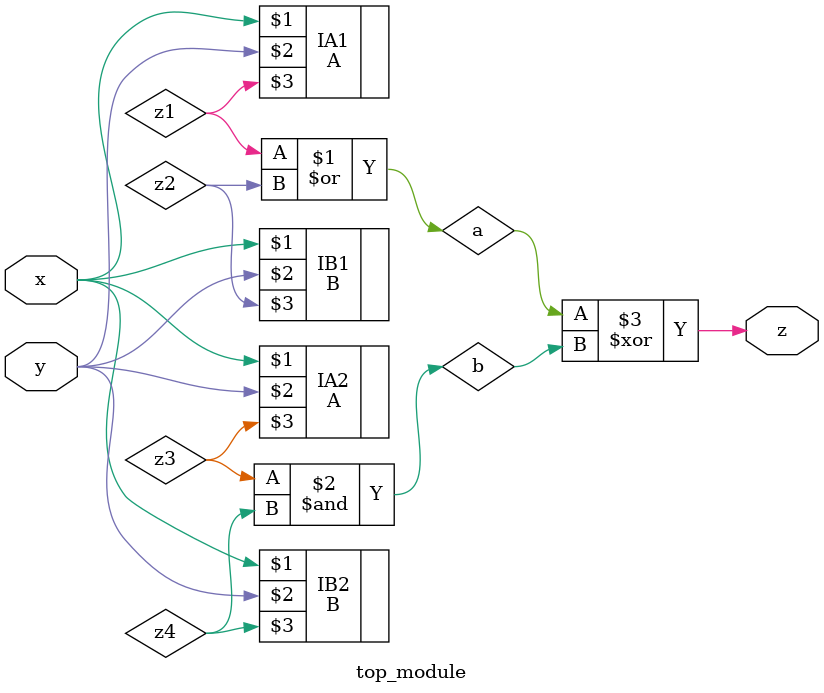
<source format=v>
 module top_module (
    input x, 
    input y, 
    output z);

   wire a,b,z1,z2,z3,z4;

    A IA1(x,y,z1);
    B IB1(x,y,z2);
    A IA2(x,y,z3);
    B IB2(x,y,z4);

    or(a,z1,z2);
    and(b,z3,z4);
    xor(z,a,b);

 endmodule
</source>
